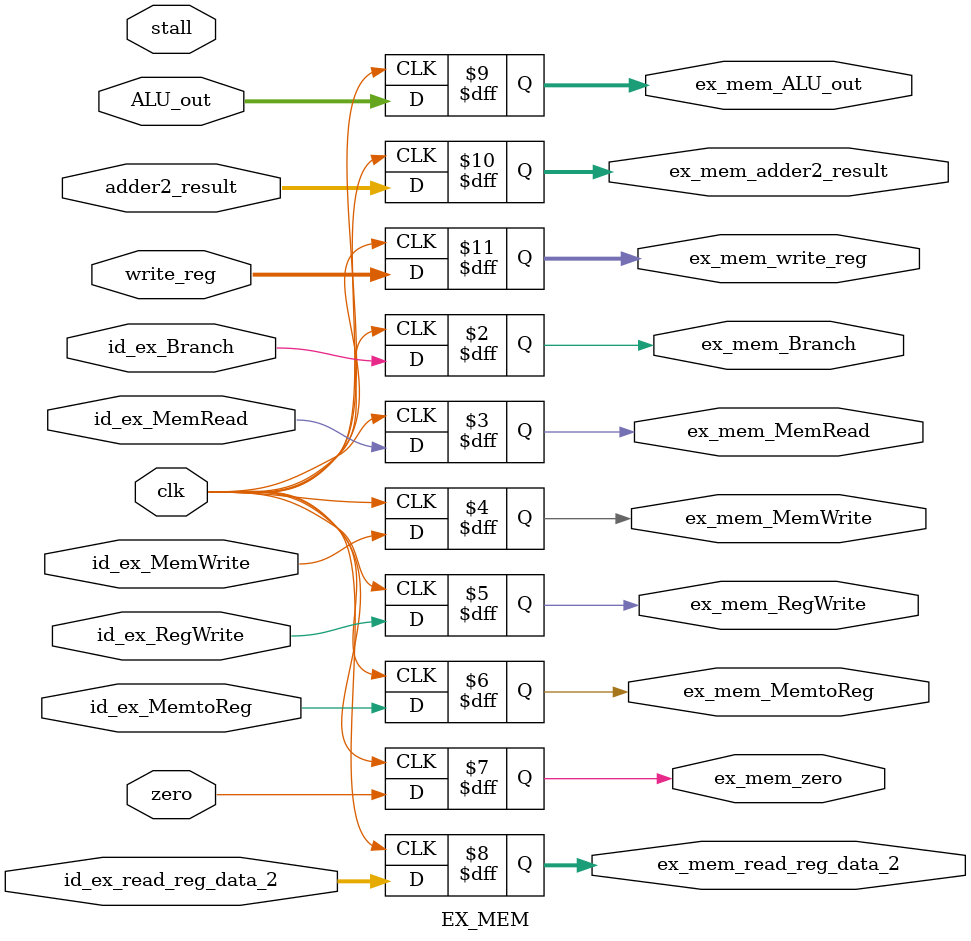
<source format=v>
`timescale 1ns / 1ps

module EX_MEM(
	input id_ex_Branch, id_ex_MemRead, id_ex_MemWrite, id_ex_RegWrite, id_ex_MemtoReg, clk, zero,
	input [31:0] id_ex_read_reg_data_2, ALU_out, adder2_result,
	input [4:0] write_reg,
	output reg ex_mem_Branch, ex_mem_MemRead, ex_mem_MemWrite, ex_mem_RegWrite, ex_mem_MemtoReg, ex_mem_zero,
	output reg [31:0] ex_mem_read_reg_data_2, ex_mem_ALU_out, ex_mem_adder2_result,
	output reg [4:0] ex_mem_write_reg,
	input stall
	);
	
	
	always@ (negedge clk) begin

            ex_mem_Branch <= id_ex_Branch;
            ex_mem_MemRead <= id_ex_MemRead;
            ex_mem_MemWrite <= id_ex_MemWrite;
            ex_mem_RegWrite <= id_ex_RegWrite;
            ex_mem_MemtoReg <= id_ex_MemtoReg;
            ex_mem_zero <= zero;
	       	ex_mem_write_reg <= write_reg;
            ex_mem_read_reg_data_2 <= id_ex_read_reg_data_2;
            ex_mem_ALU_out <= ALU_out;
            ex_mem_adder2_result <= adder2_result;

	end
	
endmodule
</source>
